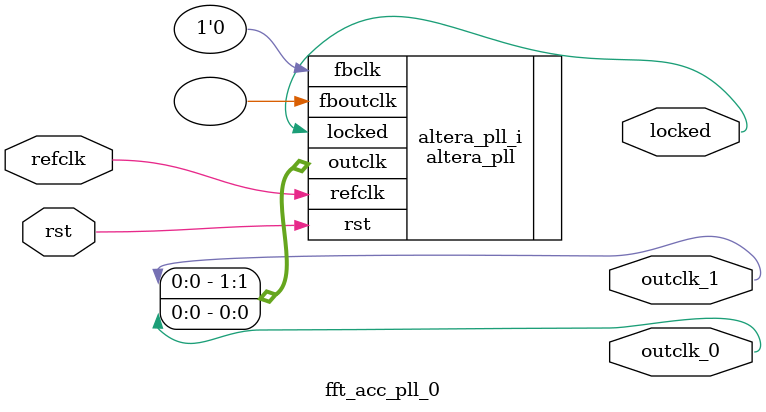
<source format=v>
`timescale 1ns/10ps
module  fft_acc_pll_0(

	// interface 'refclk'
	input wire refclk,

	// interface 'reset'
	input wire rst,

	// interface 'outclk0'
	output wire outclk_0,

	// interface 'outclk1'
	output wire outclk_1,

	// interface 'locked'
	output wire locked
);

	altera_pll #(
		.fractional_vco_multiplier("false"),
		.reference_clock_frequency("50.0 MHz"),
		.operation_mode("direct"),
		.number_of_clocks(2),
		.output_clock_frequency0("50.000000 MHz"),
		.phase_shift0("0 ps"),
		.duty_cycle0(50),
		.output_clock_frequency1("50.000000 MHz"),
		.phase_shift1("-3000 ps"),
		.duty_cycle1(50),
		.output_clock_frequency2("0 MHz"),
		.phase_shift2("0 ps"),
		.duty_cycle2(50),
		.output_clock_frequency3("0 MHz"),
		.phase_shift3("0 ps"),
		.duty_cycle3(50),
		.output_clock_frequency4("0 MHz"),
		.phase_shift4("0 ps"),
		.duty_cycle4(50),
		.output_clock_frequency5("0 MHz"),
		.phase_shift5("0 ps"),
		.duty_cycle5(50),
		.output_clock_frequency6("0 MHz"),
		.phase_shift6("0 ps"),
		.duty_cycle6(50),
		.output_clock_frequency7("0 MHz"),
		.phase_shift7("0 ps"),
		.duty_cycle7(50),
		.output_clock_frequency8("0 MHz"),
		.phase_shift8("0 ps"),
		.duty_cycle8(50),
		.output_clock_frequency9("0 MHz"),
		.phase_shift9("0 ps"),
		.duty_cycle9(50),
		.output_clock_frequency10("0 MHz"),
		.phase_shift10("0 ps"),
		.duty_cycle10(50),
		.output_clock_frequency11("0 MHz"),
		.phase_shift11("0 ps"),
		.duty_cycle11(50),
		.output_clock_frequency12("0 MHz"),
		.phase_shift12("0 ps"),
		.duty_cycle12(50),
		.output_clock_frequency13("0 MHz"),
		.phase_shift13("0 ps"),
		.duty_cycle13(50),
		.output_clock_frequency14("0 MHz"),
		.phase_shift14("0 ps"),
		.duty_cycle14(50),
		.output_clock_frequency15("0 MHz"),
		.phase_shift15("0 ps"),
		.duty_cycle15(50),
		.output_clock_frequency16("0 MHz"),
		.phase_shift16("0 ps"),
		.duty_cycle16(50),
		.output_clock_frequency17("0 MHz"),
		.phase_shift17("0 ps"),
		.duty_cycle17(50),
		.pll_type("General"),
		.pll_subtype("General")
	) altera_pll_i (
		.rst	(rst),
		.outclk	({outclk_1, outclk_0}),
		.locked	(locked),
		.fboutclk	( ),
		.fbclk	(1'b0),
		.refclk	(refclk)
	);
endmodule


</source>
